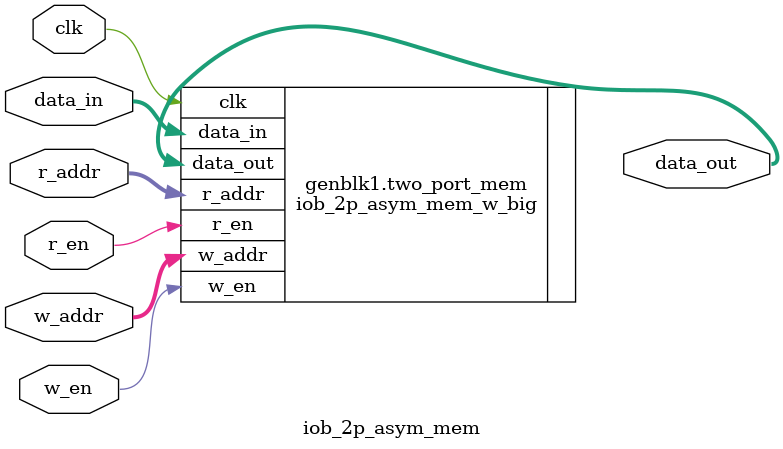
<source format=v>
`timescale 1ns / 1ps

module iob_2p_asym_mem
	#(
		parameter W_DATA_W = 16,
		parameter W_ADDR_W = 6,
		parameter R_DATA_W = 8,
		parameter R_ADDR_W = 7,
    parameter USE_RAM = 1
	)
	(
		//Inputs
		input 				clk,
    input 				w_en,    //write enable
    input [W_DATA_W-1:0] 	data_in, //Input data to write port
    input [W_ADDR_W-1:0] 	w_addr,  //address for write port
    input [R_ADDR_W-1:0] 	r_addr,  //address for read port
    input				  r_en,
    //Outputs
    output [R_DATA_W-1:0] data_out //output port
    );

    generate
    	if (W_DATA_W > R_DATA_W)
    	begin
    		iob_2p_asym_mem_w_big #(
    			.W_DATA_W(W_DATA_W),
    		 	.W_ADDR_W(W_ADDR_W),
    		 	.R_DATA_W(R_DATA_W),
    		 	.R_ADDR_W(R_ADDR_W),
                .USE_RAM(USE_RAM)
    		 ) two_port_mem (
    		 	.clk(clk),
    		 	.w_en(w_en),
    		 	.data_in(data_in),
    		 	.w_addr(w_addr),
    		 	.r_addr(r_addr),
    		 	.r_en(r_en),
    		 	.data_out(data_out)
    		 );
    	end
    	else
    	begin
    		iob_2p_asym_mem_r_big #(
    			.W_DATA_W(W_DATA_W),
    		 	.W_ADDR_W(W_ADDR_W),
    		 	.R_DATA_W(R_DATA_W),
    		 	.R_ADDR_W(R_ADDR_W)
    		 ) two_port_mem (
    		 	.clk(clk),
    		 	.w_en(w_en),
    		 	.data_in(data_in),
    		 	.w_addr(w_addr),
    		 	.r_addr(r_addr),
    		 	.r_en(r_en),
    		 	.data_out(data_out)
    		 );
    	end
    endgenerate
endmodule

</source>
